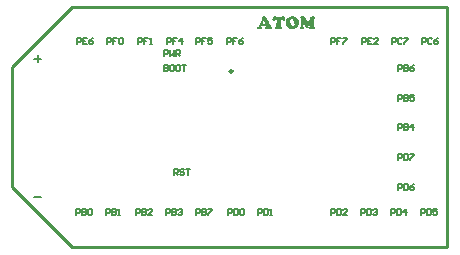
<source format=gto>
G04 Layer_Color=15132400*
%FSAX24Y24*%
%MOIN*%
G70*
G01*
G75*
%ADD26C,0.0100*%
%ADD34C,0.0098*%
%ADD35C,0.0080*%
%ADD36C,0.0050*%
G36*
X-005155Y007704D02*
X-005148Y007703D01*
X-005141Y007702D01*
X-005132Y007701D01*
X-005122Y007700D01*
X-005112Y007697D01*
X-005102Y007694D01*
X-005090Y007690D01*
X-005079Y007687D01*
X-005067Y007681D01*
X-005056Y007676D01*
X-005045Y007669D01*
X-005034Y007661D01*
X-005033Y007661D01*
X-005032Y007660D01*
X-005030Y007658D01*
X-005027Y007656D01*
X-005020Y007649D01*
X-005012Y007640D01*
X-005001Y007629D01*
X-004991Y007615D01*
X-004981Y007600D01*
X-004971Y007583D01*
Y007582D01*
X-004969Y007581D01*
X-004969Y007578D01*
X-004967Y007574D01*
X-004966Y007571D01*
X-004964Y007565D01*
X-004961Y007560D01*
X-004959Y007553D01*
X-004955Y007539D01*
X-004951Y007523D01*
X-004949Y007506D01*
X-004947Y007488D01*
Y007487D01*
Y007484D01*
Y007481D01*
X-004948Y007476D01*
X-004949Y007469D01*
X-004950Y007462D01*
X-004951Y007455D01*
X-004953Y007446D01*
X-004956Y007436D01*
X-004959Y007426D01*
X-004962Y007416D01*
X-004967Y007405D01*
X-004973Y007394D01*
X-004979Y007383D01*
X-004986Y007372D01*
X-004994Y007362D01*
X-004995Y007361D01*
X-004996Y007360D01*
X-004998Y007357D01*
X-005001Y007354D01*
X-005005Y007350D01*
X-005010Y007346D01*
X-005015Y007341D01*
X-005021Y007336D01*
X-005028Y007330D01*
X-005036Y007324D01*
X-005045Y007319D01*
X-005054Y007313D01*
X-005063Y007308D01*
X-005074Y007303D01*
X-005096Y007294D01*
X-005097D01*
X-005098Y007293D01*
X-005100Y007293D01*
X-005103Y007292D01*
X-005107Y007291D01*
X-005111Y007290D01*
X-005121Y007288D01*
X-005133Y007286D01*
X-005146Y007284D01*
X-005161Y007283D01*
X-005175Y007282D01*
X-005180D01*
X-005184Y007283D01*
X-005189D01*
X-005194Y007284D01*
X-005200Y007284D01*
X-005207Y007285D01*
X-005222Y007287D01*
X-005238Y007291D01*
X-005256Y007296D01*
X-005274Y007303D01*
X-005275Y007304D01*
X-005277Y007304D01*
X-005279Y007306D01*
X-005283Y007308D01*
X-005288Y007311D01*
X-005293Y007314D01*
X-005306Y007322D01*
X-005321Y007333D01*
X-005335Y007347D01*
X-005350Y007363D01*
X-005363Y007381D01*
X-005363Y007382D01*
X-005364Y007384D01*
X-005365Y007387D01*
X-005367Y007390D01*
X-005370Y007395D01*
X-005373Y007401D01*
X-005375Y007407D01*
X-005378Y007414D01*
X-005381Y007422D01*
X-005384Y007431D01*
X-005389Y007450D01*
X-005393Y007471D01*
X-005393Y007482D01*
X-005394Y007493D01*
Y007494D01*
Y007497D01*
Y007501D01*
X-005393Y007505D01*
X-005393Y007512D01*
X-005392Y007519D01*
X-005391Y007527D01*
X-005389Y007536D01*
X-005384Y007555D01*
X-005381Y007565D01*
X-005377Y007576D01*
X-005373Y007587D01*
X-005367Y007598D01*
X-005361Y007608D01*
X-005354Y007619D01*
X-005353Y007619D01*
X-005352Y007620D01*
X-005350Y007623D01*
X-005347Y007626D01*
X-005343Y007630D01*
X-005339Y007635D01*
X-005334Y007640D01*
X-005328Y007645D01*
X-005322Y007651D01*
X-005315Y007657D01*
X-005307Y007663D01*
X-005298Y007668D01*
X-005279Y007679D01*
X-005258Y007689D01*
X-005257D01*
X-005256Y007690D01*
X-005254Y007690D01*
X-005251Y007692D01*
X-005247Y007693D01*
X-005242Y007694D01*
X-005237Y007696D01*
X-005231Y007697D01*
X-005218Y007700D01*
X-005203Y007702D01*
X-005186Y007704D01*
X-005168Y007705D01*
X-005160D01*
X-005155Y007704D01*
D02*
G37*
G36*
X-006107Y007706D02*
X-006101Y007705D01*
X-006093Y007704D01*
X-006085Y007701D01*
X-006075Y007697D01*
X-006065Y007691D01*
X-006054Y007683D01*
X-006054Y007683D01*
X-006052Y007681D01*
X-006050Y007679D01*
X-006047Y007676D01*
X-006043Y007671D01*
X-006038Y007665D01*
X-006033Y007657D01*
X-006026Y007648D01*
X-006019Y007637D01*
X-006010Y007623D01*
X-006001Y007608D01*
X-005991Y007591D01*
X-005980Y007571D01*
X-005975Y007560D01*
X-005969Y007548D01*
X-005963Y007536D01*
X-005956Y007523D01*
X-005950Y007510D01*
X-005943Y007495D01*
X-005887Y007375D01*
X-005886Y007374D01*
X-005886Y007372D01*
X-005884Y007369D01*
X-005882Y007366D01*
X-005878Y007359D01*
X-005875Y007355D01*
X-005873Y007353D01*
X-005872Y007352D01*
X-005870Y007350D01*
X-005864Y007348D01*
X-005857Y007346D01*
X-005857D01*
X-005854Y007345D01*
X-005851Y007344D01*
X-005846Y007342D01*
X-005842Y007339D01*
X-005839Y007335D01*
X-005836Y007330D01*
X-005836Y007324D01*
Y007324D01*
X-005836Y007321D01*
X-005837Y007317D01*
X-005839Y007312D01*
X-005842Y007307D01*
X-005847Y007302D01*
X-005853Y007297D01*
X-005862Y007293D01*
X-005864Y007293D01*
X-005865D01*
X-005868Y007292D01*
X-005870Y007291D01*
X-005873Y007291D01*
X-005878Y007289D01*
X-005883Y007289D01*
X-005888Y007288D01*
X-005895Y007287D01*
X-005902Y007286D01*
X-005910Y007285D01*
X-005918Y007285D01*
X-005927D01*
X-005937Y007284D01*
X-005965D01*
X-005971Y007285D01*
X-005986D01*
X-006002Y007285D01*
X-006019Y007287D01*
X-006034Y007288D01*
X-006041Y007289D01*
X-006048Y007290D01*
X-006048D01*
X-006050Y007291D01*
X-006053Y007291D01*
X-006056Y007292D01*
X-006064Y007295D01*
X-006072Y007300D01*
X-006072Y007300D01*
X-006073Y007301D01*
X-006074Y007303D01*
X-006076Y007306D01*
X-006079Y007312D01*
X-006079Y007316D01*
X-006080Y007320D01*
Y007320D01*
Y007321D01*
X-006079Y007325D01*
X-006078Y007330D01*
X-006076Y007333D01*
X-006075Y007334D01*
X-006072Y007337D01*
X-006069Y007338D01*
X-006067Y007339D01*
X-006063Y007341D01*
X-006058Y007342D01*
X-006057D01*
X-006056Y007344D01*
X-006051Y007346D01*
X-006046Y007352D01*
X-006045Y007355D01*
X-006045Y007359D01*
Y007359D01*
X-006045Y007362D01*
X-006046Y007365D01*
X-006048Y007369D01*
X-006050Y007374D01*
X-006055Y007377D01*
X-006061Y007381D01*
X-006068Y007383D01*
X-006070D01*
X-006073Y007383D01*
X-006079Y007384D01*
X-006087Y007385D01*
X-006098D01*
X-006111Y007385D01*
X-006125Y007386D01*
X-006155D01*
X-006162Y007385D01*
X-006171Y007385D01*
X-006178Y007384D01*
X-006184Y007383D01*
X-006187Y007382D01*
X-006189Y007381D01*
X-006190Y007381D01*
X-006192Y007379D01*
X-006194Y007376D01*
X-006197Y007370D01*
Y007370D01*
X-006198Y007369D01*
X-006199Y007366D01*
X-006200Y007361D01*
X-006201Y007355D01*
Y007354D01*
X-006200Y007352D01*
X-006199Y007349D01*
X-006198Y007347D01*
X-006197Y007346D01*
X-006195Y007346D01*
X-006193Y007344D01*
X-006190Y007344D01*
X-006186Y007342D01*
X-006182Y007341D01*
X-006181D01*
X-006179Y007339D01*
X-006176Y007338D01*
X-006173Y007336D01*
X-006170Y007333D01*
X-006166Y007330D01*
X-006164Y007325D01*
X-006164Y007319D01*
Y007319D01*
Y007318D01*
X-006165Y007314D01*
X-006166Y007311D01*
X-006168Y007308D01*
X-006171Y007305D01*
X-006174Y007302D01*
X-006179Y007298D01*
X-006184Y007295D01*
X-006192Y007293D01*
X-006199Y007289D01*
X-006209Y007287D01*
X-006221Y007285D01*
X-006234Y007285D01*
X-006249Y007284D01*
X-006260D01*
X-006265Y007285D01*
X-006275D01*
X-006287Y007285D01*
X-006299Y007287D01*
X-006310Y007288D01*
X-006319Y007290D01*
X-006320Y007291D01*
X-006323Y007291D01*
X-006326Y007293D01*
X-006330Y007296D01*
X-006334Y007300D01*
X-006337Y007304D01*
X-006339Y007311D01*
X-006340Y007318D01*
Y007319D01*
Y007319D01*
X-006339Y007323D01*
X-006338Y007328D01*
X-006335Y007332D01*
X-006335Y007333D01*
X-006332Y007335D01*
X-006326Y007338D01*
X-006323Y007340D01*
X-006319Y007341D01*
X-006319Y007342D01*
X-006316Y007342D01*
X-006313Y007344D01*
X-006308Y007346D01*
X-006299Y007352D01*
X-006294Y007356D01*
X-006290Y007361D01*
X-006289Y007361D01*
X-006288Y007363D01*
X-006286Y007366D01*
X-006282Y007372D01*
X-006278Y007379D01*
X-006274Y007388D01*
X-006268Y007400D01*
X-006265Y007406D01*
X-006262Y007413D01*
X-006219Y007506D01*
Y007506D01*
X-006218Y007508D01*
X-006218Y007510D01*
X-006216Y007514D01*
X-006214Y007518D01*
X-006212Y007523D01*
X-006207Y007534D01*
X-006201Y007547D01*
X-006197Y007559D01*
X-006192Y007571D01*
X-006188Y007581D01*
X-006188Y007582D01*
X-006187Y007585D01*
X-006186Y007590D01*
X-006184Y007596D01*
X-006183Y007604D01*
X-006181Y007613D01*
X-006181Y007622D01*
X-006180Y007631D01*
Y007632D01*
Y007635D01*
Y007639D01*
X-006179Y007644D01*
X-006179Y007656D01*
X-006178Y007661D01*
X-006177Y007666D01*
Y007666D01*
X-006177Y007668D01*
X-006176Y007670D01*
X-006175Y007672D01*
X-006170Y007679D01*
X-006164Y007686D01*
X-006163Y007687D01*
X-006161Y007689D01*
X-006156Y007692D01*
X-006150Y007696D01*
X-006142Y007700D01*
X-006133Y007703D01*
X-006124Y007706D01*
X-006112Y007707D01*
X-006111D01*
X-006107Y007706D01*
D02*
G37*
G36*
X-005474Y007705D02*
X-005469Y007704D01*
X-005463Y007701D01*
X-005455Y007697D01*
X-005448Y007690D01*
X-005444Y007687D01*
X-005439Y007682D01*
X-005435Y007676D01*
X-005431Y007670D01*
Y007669D01*
X-005430Y007668D01*
X-005429Y007666D01*
X-005427Y007664D01*
X-005424Y007657D01*
X-005419Y007647D01*
X-005415Y007636D01*
X-005411Y007624D01*
X-005409Y007611D01*
X-005408Y007596D01*
Y007595D01*
Y007592D01*
X-005409Y007587D01*
X-005410Y007582D01*
X-005412Y007576D01*
X-005415Y007569D01*
X-005419Y007563D01*
X-005424Y007558D01*
X-005424Y007558D01*
X-005426Y007557D01*
X-005428Y007556D01*
X-005432Y007554D01*
X-005436Y007552D01*
X-005441Y007551D01*
X-005447Y007551D01*
X-005453Y007550D01*
X-005455D01*
X-005459Y007551D01*
X-005462Y007551D01*
X-005471Y007554D01*
X-005476Y007556D01*
X-005480Y007558D01*
X-005481Y007559D01*
X-005482Y007560D01*
X-005485Y007562D01*
X-005487Y007565D01*
X-005490Y007569D01*
X-005494Y007574D01*
X-005499Y007580D01*
X-005503Y007587D01*
X-005503Y007588D01*
X-005504Y007591D01*
X-005506Y007594D01*
X-005509Y007598D01*
X-005513Y007606D01*
X-005516Y007609D01*
X-005518Y007611D01*
X-005520Y007612D01*
X-005522Y007615D01*
X-005527Y007617D01*
X-005532Y007617D01*
X-005534D01*
X-005538Y007616D01*
X-005541Y007615D01*
X-005544Y007613D01*
X-005546Y007611D01*
X-005548Y007608D01*
Y007607D01*
X-005549Y007606D01*
X-005549Y007604D01*
X-005550Y007600D01*
X-005551Y007596D01*
X-005552Y007591D01*
X-005553Y007585D01*
Y007578D01*
Y007411D01*
Y007409D01*
Y007407D01*
Y007402D01*
X-005552Y007396D01*
X-005551Y007385D01*
X-005549Y007379D01*
X-005548Y007374D01*
Y007373D01*
X-005546Y007372D01*
X-005545Y007370D01*
X-005543Y007367D01*
X-005540Y007364D01*
X-005537Y007361D01*
X-005533Y007358D01*
X-005527Y007355D01*
X-005527D01*
X-005525Y007354D01*
X-005522Y007353D01*
X-005518Y007352D01*
X-005511Y007347D01*
X-005508Y007345D01*
X-005505Y007342D01*
X-005505Y007341D01*
X-005502Y007338D01*
X-005500Y007333D01*
X-005500Y007326D01*
Y007325D01*
X-005500Y007322D01*
X-005501Y007319D01*
X-005503Y007314D01*
X-005507Y007309D01*
X-005512Y007303D01*
X-005519Y007298D01*
X-005524Y007296D01*
X-005529Y007294D01*
X-005530Y007293D01*
X-005532D01*
X-005534Y007293D01*
X-005537Y007292D01*
X-005541Y007291D01*
X-005546Y007290D01*
X-005551Y007289D01*
X-005557Y007288D01*
X-005563Y007287D01*
X-005570Y007287D01*
X-005578Y007285D01*
X-005587Y007285D01*
X-005596D01*
X-005606Y007284D01*
X-005630D01*
X-005636Y007285D01*
X-005643D01*
X-005651Y007285D01*
X-005659D01*
X-005677Y007287D01*
X-005695Y007289D01*
X-005713Y007292D01*
X-005721Y007294D01*
X-005728Y007296D01*
X-005729Y007296D01*
X-005732Y007298D01*
X-005737Y007300D01*
X-005743Y007304D01*
X-005748Y007308D01*
X-005753Y007313D01*
X-005756Y007320D01*
X-005757Y007324D01*
X-005757Y007328D01*
Y007329D01*
Y007330D01*
X-005757Y007333D01*
X-005756Y007335D01*
X-005755Y007339D01*
X-005753Y007342D01*
X-005750Y007345D01*
X-005747Y007348D01*
X-005746D01*
X-005745Y007348D01*
X-005743Y007349D01*
X-005741Y007350D01*
X-005737Y007352D01*
X-005732Y007353D01*
X-005726Y007355D01*
X-005725D01*
X-005724Y007355D01*
X-005719Y007357D01*
X-005714Y007361D01*
X-005712Y007364D01*
X-005710Y007367D01*
Y007368D01*
X-005709Y007369D01*
X-005709Y007372D01*
X-005708Y007375D01*
X-005706Y007380D01*
X-005705Y007386D01*
X-005704Y007394D01*
X-005703Y007403D01*
Y007404D01*
X-005702Y007407D01*
Y007413D01*
X-005702Y007421D01*
X-005701Y007431D01*
X-005700Y007444D01*
Y007452D01*
X-005699Y007460D01*
Y007469D01*
X-005698Y007478D01*
Y007479D01*
Y007481D01*
Y007483D01*
X-005698Y007486D01*
Y007491D01*
Y007496D01*
X-005697Y007508D01*
Y007523D01*
X-005697Y007538D01*
Y007553D01*
Y007568D01*
Y007569D01*
Y007573D01*
Y007577D01*
X-005697Y007583D01*
X-005698Y007596D01*
X-005700Y007602D01*
X-005701Y007606D01*
Y007607D01*
X-005702Y007608D01*
X-005704Y007612D01*
X-005708Y007615D01*
X-005711Y007617D01*
X-005714Y007617D01*
X-005716D01*
X-005719Y007617D01*
X-005721Y007615D01*
X-005724Y007613D01*
X-005728Y007610D01*
X-005733Y007606D01*
X-005737Y007601D01*
Y007600D01*
X-005737Y007600D01*
X-005740Y007596D01*
X-005744Y007591D01*
X-005748Y007585D01*
X-005754Y007578D01*
X-005759Y007571D01*
X-005765Y007565D01*
X-005770Y007561D01*
X-005770Y007560D01*
X-005772Y007559D01*
X-005775Y007557D01*
X-005779Y007555D01*
X-005783Y007553D01*
X-005789Y007551D01*
X-005794Y007550D01*
X-005799Y007549D01*
X-005802D01*
X-005805Y007550D01*
X-005808Y007551D01*
X-005813Y007552D01*
X-005817Y007554D01*
X-005822Y007557D01*
X-005825Y007561D01*
X-005826Y007562D01*
X-005827Y007563D01*
X-005829Y007566D01*
X-005831Y007569D01*
X-005833Y007574D01*
X-005834Y007579D01*
X-005835Y007585D01*
X-005836Y007592D01*
Y007593D01*
Y007595D01*
X-005835Y007599D01*
X-005835Y007604D01*
X-005834Y007609D01*
X-005833Y007617D01*
X-005831Y007624D01*
X-005828Y007632D01*
X-005827Y007633D01*
X-005827Y007636D01*
X-005825Y007641D01*
X-005822Y007646D01*
X-005819Y007652D01*
X-005815Y007659D01*
X-005805Y007674D01*
Y007674D01*
X-005804Y007675D01*
X-005802Y007678D01*
X-005797Y007683D01*
X-005791Y007689D01*
X-005785Y007694D01*
X-005777Y007700D01*
X-005769Y007703D01*
X-005765Y007704D01*
X-005757D01*
X-005752Y007703D01*
X-005747Y007702D01*
X-005746D01*
X-005744Y007701D01*
X-005741Y007701D01*
X-005737Y007700D01*
X-005729Y007699D01*
X-005721Y007698D01*
X-005719D01*
X-005717Y007697D01*
X-005713D01*
X-005706Y007696D01*
X-005535D01*
X-005531Y007697D01*
X-005524Y007698D01*
X-005517Y007699D01*
X-005510Y007700D01*
X-005494Y007703D01*
X-005493D01*
X-005492Y007704D01*
X-005489Y007705D01*
X-005483Y007705D01*
X-005478Y007706D01*
X-005477D01*
X-005474Y007705D01*
D02*
G37*
G36*
X-004475Y007702D02*
X-004469Y007701D01*
X-004461Y007701D01*
X-004446Y007698D01*
X-004430Y007693D01*
X-004423Y007690D01*
X-004417Y007687D01*
X-004412Y007682D01*
X-004408Y007677D01*
X-004404Y007671D01*
X-004404Y007664D01*
Y007663D01*
Y007663D01*
X-004404Y007659D01*
X-004405Y007655D01*
X-004407Y007650D01*
X-004408Y007650D01*
X-004410Y007647D01*
X-004414Y007643D01*
X-004417Y007640D01*
X-004421Y007637D01*
X-004421Y007637D01*
X-004423Y007635D01*
X-004425Y007633D01*
X-004428Y007630D01*
X-004431Y007626D01*
X-004434Y007620D01*
X-004436Y007615D01*
X-004438Y007608D01*
Y007607D01*
Y007606D01*
X-004439Y007604D01*
X-004439Y007600D01*
Y007596D01*
X-004440Y007591D01*
X-004441Y007585D01*
X-004441Y007580D01*
X-004442Y007573D01*
X-004443Y007565D01*
X-004443Y007548D01*
X-004445Y007528D01*
Y007507D01*
Y007506D01*
Y007504D01*
Y007500D01*
Y007494D01*
Y007488D01*
X-004444Y007480D01*
Y007471D01*
Y007462D01*
X-004443Y007452D01*
X-004443Y007442D01*
X-004441Y007419D01*
X-004440Y007396D01*
X-004437Y007374D01*
Y007374D01*
X-004437Y007372D01*
Y007370D01*
X-004436Y007366D01*
X-004434Y007360D01*
X-004434Y007357D01*
X-004432Y007355D01*
X-004432Y007354D01*
X-004430Y007353D01*
X-004428Y007351D01*
X-004426Y007349D01*
X-004423Y007346D01*
X-004418Y007343D01*
X-004413Y007340D01*
X-004412D01*
X-004411Y007339D01*
X-004407Y007335D01*
X-004404Y007329D01*
X-004402Y007325D01*
X-004402Y007320D01*
Y007320D01*
X-004402Y007317D01*
X-004403Y007313D01*
X-004405Y007309D01*
X-004408Y007304D01*
X-004414Y007300D01*
X-004421Y007295D01*
X-004425Y007293D01*
X-004430Y007291D01*
X-004430D01*
X-004432Y007291D01*
X-004435Y007290D01*
X-004439Y007289D01*
X-004443Y007288D01*
X-004448Y007287D01*
X-004460Y007285D01*
X-004463D01*
X-004467Y007285D01*
X-004479D01*
X-004487Y007284D01*
X-004521D01*
X-004526Y007285D01*
X-004537D01*
X-004549Y007285D01*
X-004561Y007287D01*
X-004573Y007289D01*
X-004583Y007291D01*
X-004585Y007291D01*
X-004588Y007292D01*
X-004592Y007294D01*
X-004597Y007297D01*
X-004602Y007301D01*
X-004607Y007306D01*
X-004610Y007311D01*
X-004610Y007315D01*
X-004611Y007318D01*
Y007319D01*
Y007319D01*
X-004610Y007322D01*
X-004610Y007326D01*
X-004608Y007330D01*
X-004607Y007331D01*
X-004606Y007332D01*
X-004604Y007333D01*
X-004601Y007336D01*
X-004598Y007339D01*
X-004594Y007342D01*
X-004589Y007346D01*
X-004588Y007347D01*
X-004588Y007348D01*
X-004587Y007350D01*
X-004585Y007352D01*
X-004583Y007355D01*
X-004581Y007359D01*
X-004580Y007365D01*
X-004579Y007370D01*
Y007371D01*
X-004578Y007374D01*
X-004577Y007378D01*
X-004577Y007385D01*
Y007393D01*
X-004576Y007404D01*
X-004575Y007416D01*
Y007431D01*
Y007433D01*
Y007435D01*
Y007439D01*
Y007444D01*
X-004577Y007455D01*
X-004577Y007459D01*
X-004578Y007462D01*
Y007463D01*
X-004579Y007464D01*
X-004580Y007466D01*
X-004583Y007469D01*
X-004585Y007470D01*
X-004588D01*
X-004592Y007469D01*
X-004595Y007468D01*
X-004598Y007465D01*
X-004600Y007462D01*
X-004603Y007458D01*
X-004604Y007458D01*
X-004605Y007457D01*
X-004607Y007453D01*
X-004609Y007449D01*
X-004612Y007442D01*
X-004616Y007434D01*
X-004622Y007425D01*
X-004627Y007413D01*
X-004662Y007333D01*
X-004663Y007332D01*
X-004664Y007330D01*
X-004666Y007326D01*
X-004668Y007322D01*
X-004673Y007313D01*
X-004675Y007309D01*
X-004677Y007306D01*
X-004679Y007304D01*
X-004681Y007302D01*
X-004685Y007300D01*
X-004687Y007299D01*
X-004690Y007298D01*
X-004691D01*
X-004693Y007299D01*
X-004697Y007301D01*
X-004701Y007304D01*
X-004702Y007306D01*
X-004703Y007307D01*
X-004704Y007309D01*
X-004706Y007312D01*
X-004709Y007317D01*
X-004712Y007323D01*
X-004717Y007330D01*
X-004717Y007331D01*
X-004719Y007334D01*
X-004721Y007339D01*
X-004723Y007344D01*
X-004726Y007350D01*
X-004730Y007357D01*
X-004736Y007371D01*
X-004775Y007459D01*
X-004776Y007460D01*
X-004776Y007462D01*
X-004778Y007465D01*
X-004780Y007469D01*
X-004783Y007472D01*
X-004785Y007475D01*
X-004789Y007477D01*
X-004792Y007478D01*
X-004793D01*
X-004795Y007477D01*
X-004797Y007476D01*
X-004799Y007474D01*
X-004800Y007471D01*
X-004802Y007467D01*
X-004803Y007462D01*
Y007461D01*
Y007460D01*
Y007458D01*
Y007456D01*
X-004804Y007449D01*
Y007440D01*
X-004804Y007431D01*
Y007420D01*
X-004805Y007397D01*
Y007396D01*
Y007396D01*
Y007392D01*
Y007387D01*
X-004804Y007380D01*
Y007373D01*
X-004804Y007366D01*
X-004803Y007360D01*
X-004802Y007355D01*
X-004801Y007354D01*
X-004800Y007351D01*
X-004798Y007348D01*
X-004796Y007345D01*
X-004796Y007344D01*
X-004795Y007344D01*
X-004793Y007343D01*
X-004790Y007341D01*
X-004787Y007340D01*
X-004783Y007337D01*
X-004778Y007335D01*
X-004777D01*
X-004776Y007333D01*
X-004772Y007331D01*
X-004769Y007325D01*
X-004769Y007322D01*
X-004768Y007317D01*
Y007317D01*
Y007316D01*
X-004769Y007312D01*
X-004771Y007309D01*
X-004772Y007307D01*
X-004775Y007304D01*
X-004778Y007301D01*
X-004783Y007298D01*
X-004789Y007295D01*
X-004796Y007292D01*
X-004804Y007289D01*
X-004814Y007287D01*
X-004825Y007285D01*
X-004839Y007285D01*
X-004853Y007284D01*
X-004860D01*
X-004864Y007285D01*
X-004870Y007285D01*
X-004876Y007286D01*
X-004889Y007288D01*
X-004903Y007292D01*
X-004909Y007295D01*
X-004914Y007298D01*
X-004919Y007301D01*
X-004922Y007306D01*
X-004925Y007310D01*
X-004925Y007316D01*
Y007317D01*
Y007317D01*
X-004925Y007320D01*
X-004924Y007325D01*
X-004922Y007328D01*
X-004922Y007329D01*
X-004920Y007330D01*
X-004918Y007331D01*
X-004916Y007333D01*
X-004912Y007335D01*
X-004908Y007337D01*
X-004903Y007339D01*
X-004902D01*
X-004901Y007340D01*
X-004897Y007342D01*
X-004892Y007346D01*
X-004890Y007349D01*
X-004889Y007352D01*
Y007352D01*
X-004888Y007353D01*
X-004888Y007355D01*
X-004887Y007358D01*
X-004887Y007363D01*
X-004885Y007368D01*
X-004885Y007374D01*
X-004883Y007382D01*
Y007383D01*
X-004883Y007387D01*
Y007392D01*
X-004882Y007401D01*
X-004881Y007405D01*
Y007411D01*
X-004881Y007418D01*
X-004880Y007425D01*
Y007433D01*
X-004879Y007441D01*
Y007450D01*
X-004879Y007460D01*
Y007460D01*
Y007462D01*
Y007465D01*
X-004878Y007469D01*
Y007473D01*
Y007479D01*
X-004877Y007485D01*
Y007492D01*
X-004877Y007506D01*
Y007522D01*
X-004876Y007538D01*
Y007553D01*
Y007554D01*
Y007555D01*
Y007558D01*
Y007561D01*
Y007565D01*
X-004877Y007569D01*
Y007580D01*
X-004878Y007591D01*
X-004879Y007602D01*
X-004881Y007611D01*
X-004882Y007615D01*
X-004883Y007619D01*
X-004884Y007620D01*
X-004885Y007622D01*
X-004887Y007625D01*
X-004890Y007628D01*
X-004890Y007628D01*
X-004892Y007630D01*
X-004897Y007633D01*
X-004903Y007636D01*
X-004903Y007637D01*
X-004906Y007638D01*
X-004909Y007640D01*
X-004913Y007643D01*
X-004917Y007646D01*
X-004920Y007651D01*
X-004923Y007656D01*
X-004923Y007662D01*
Y007663D01*
Y007664D01*
X-004923Y007666D01*
X-004922Y007668D01*
X-004920Y007674D01*
X-004918Y007678D01*
X-004916Y007681D01*
X-004915Y007681D01*
X-004914Y007682D01*
X-004912Y007684D01*
X-004910Y007686D01*
X-004903Y007690D01*
X-004895Y007693D01*
X-004894D01*
X-004892Y007694D01*
X-004890Y007694D01*
X-004885Y007696D01*
X-004881Y007696D01*
X-004874Y007698D01*
X-004868Y007698D01*
X-004860Y007700D01*
X-004859D01*
X-004856Y007700D01*
X-004852Y007701D01*
X-004847Y007701D01*
X-004841D01*
X-004835Y007702D01*
X-004822Y007703D01*
X-004809D01*
X-004802Y007702D01*
X-004793Y007701D01*
X-004784Y007700D01*
X-004776Y007698D01*
X-004769Y007696D01*
X-004768D01*
X-004767Y007696D01*
X-004764Y007694D01*
X-004760Y007692D01*
X-004756Y007689D01*
X-004756Y007687D01*
X-004754Y007686D01*
X-004753Y007684D01*
X-004751Y007681D01*
X-004749Y007678D01*
X-004747Y007673D01*
X-004743Y007668D01*
X-004682Y007554D01*
X-004681Y007553D01*
X-004680Y007551D01*
X-004679Y007547D01*
X-004676Y007544D01*
X-004671Y007536D01*
X-004669Y007533D01*
X-004668Y007530D01*
X-004667Y007530D01*
X-004665Y007528D01*
X-004662Y007527D01*
X-004657Y007527D01*
X-004656D01*
X-004653Y007527D01*
X-004650Y007528D01*
X-004646Y007531D01*
X-004645Y007532D01*
X-004643Y007535D01*
X-004640Y007540D01*
X-004638Y007543D01*
X-004636Y007547D01*
X-004594Y007630D01*
X-004593Y007630D01*
X-004592Y007632D01*
X-004591Y007635D01*
X-004589Y007638D01*
X-004586Y007645D01*
X-004585Y007648D01*
X-004583Y007650D01*
Y007651D01*
X-004583Y007652D01*
X-004581Y007655D01*
X-004578Y007660D01*
X-004574Y007666D01*
X-004570Y007673D01*
X-004564Y007679D01*
X-004559Y007685D01*
X-004554Y007690D01*
X-004553Y007690D01*
X-004550Y007692D01*
X-004546Y007694D01*
X-004539Y007696D01*
X-004530Y007699D01*
X-004518Y007701D01*
X-004512Y007701D01*
X-004505Y007702D01*
X-004496Y007703D01*
X-004480D01*
X-004475Y007702D01*
D02*
G37*
%LPC*%
G36*
X-006126Y007543D02*
X-006127D01*
X-006129Y007541D01*
X-006131Y007540D01*
X-006135Y007538D01*
X-006137Y007534D01*
X-006140Y007530D01*
X-006143Y007523D01*
Y007523D01*
X-006144Y007521D01*
X-006144Y007519D01*
X-006146Y007517D01*
X-006148Y007513D01*
X-006149Y007508D01*
X-006152Y007502D01*
X-006153Y007501D01*
X-006154Y007497D01*
X-006156Y007492D01*
X-006158Y007486D01*
X-006161Y007480D01*
X-006162Y007474D01*
X-006164Y007469D01*
X-006164Y007466D01*
Y007464D01*
X-006162Y007462D01*
X-006161Y007460D01*
X-006159Y007459D01*
X-006155Y007458D01*
X-006151Y007458D01*
X-006090D01*
X-006087Y007458D01*
X-006084D01*
X-006081Y007460D01*
X-006079Y007461D01*
X-006077Y007462D01*
X-006076Y007465D01*
Y007466D01*
Y007467D01*
X-006078Y007470D01*
X-006079Y007475D01*
X-006081Y007481D01*
X-006085Y007490D01*
X-006091Y007501D01*
X-006094Y007506D01*
X-006098Y007514D01*
X-006099Y007514D01*
X-006100Y007516D01*
X-006102Y007519D01*
X-006104Y007523D01*
X-006109Y007531D01*
X-006112Y007534D01*
X-006115Y007537D01*
X-006115Y007538D01*
X-006118Y007540D01*
X-006122Y007542D01*
X-006126Y007543D01*
D02*
G37*
G36*
X-005196Y007619D02*
X-005200D01*
X-005205Y007618D01*
X-005211Y007617D01*
X-005217Y007614D01*
X-005224Y007610D01*
X-005230Y007604D01*
X-005236Y007597D01*
X-005236Y007596D01*
X-005238Y007594D01*
X-005239Y007591D01*
X-005241Y007586D01*
X-005244Y007580D01*
X-005245Y007573D01*
X-005246Y007566D01*
X-005247Y007558D01*
Y007557D01*
Y007556D01*
Y007554D01*
Y007552D01*
X-005246Y007549D01*
Y007545D01*
X-005245Y007535D01*
X-005244Y007524D01*
X-005241Y007510D01*
X-005238Y007495D01*
X-005233Y007479D01*
Y007479D01*
X-005233Y007477D01*
X-005232Y007475D01*
X-005231Y007472D01*
X-005229Y007468D01*
X-005228Y007464D01*
X-005224Y007453D01*
X-005219Y007441D01*
X-005213Y007427D01*
X-005206Y007414D01*
X-005199Y007401D01*
X-005198Y007400D01*
X-005197Y007398D01*
X-005195Y007396D01*
X-005192Y007392D01*
X-005185Y007385D01*
X-005176Y007377D01*
X-005176Y007377D01*
X-005174Y007376D01*
X-005171Y007375D01*
X-005168Y007374D01*
X-005163Y007372D01*
X-005159Y007370D01*
X-005154Y007370D01*
X-005148Y007369D01*
X-005144D01*
X-005141Y007370D01*
X-005135Y007371D01*
X-005130Y007373D01*
X-005124Y007376D01*
X-005117Y007380D01*
X-005112Y007386D01*
X-005111Y007387D01*
X-005110Y007389D01*
X-005107Y007393D01*
X-005105Y007398D01*
X-005102Y007404D01*
X-005100Y007412D01*
X-005098Y007421D01*
X-005098Y007431D01*
Y007431D01*
Y007433D01*
Y007434D01*
Y007437D01*
X-005098Y007440D01*
Y007444D01*
X-005099Y007454D01*
X-005100Y007466D01*
X-005103Y007479D01*
X-005106Y007493D01*
X-005109Y007508D01*
Y007509D01*
X-005110Y007510D01*
X-005111Y007512D01*
X-005111Y007516D01*
X-005113Y007519D01*
X-005114Y007523D01*
X-005118Y007533D01*
X-005122Y007544D01*
X-005127Y007556D01*
X-005133Y007568D01*
X-005140Y007580D01*
X-005141Y007580D01*
X-005142Y007583D01*
X-005144Y007586D01*
X-005147Y007590D01*
X-005151Y007595D01*
X-005155Y007599D01*
X-005161Y007604D01*
X-005166Y007608D01*
X-005166Y007609D01*
X-005168Y007610D01*
X-005172Y007611D01*
X-005175Y007613D01*
X-005180Y007615D01*
X-005185Y007617D01*
X-005190Y007619D01*
X-005196Y007619D01*
D02*
G37*
%LPD*%
D26*
X-014500Y002000D02*
X-012500Y000000D01*
X000000D01*
Y008000D01*
X-012500D02*
X000000D01*
X-014500Y006000D02*
X-012500Y008000D01*
X-014500Y002000D02*
Y006000D01*
D34*
X-007161Y005870D02*
G03*
X-007161Y005870I-000049J000000D01*
G01*
D35*
X-013770Y006295D02*
X-013537D01*
X-013653Y006412D02*
Y006178D01*
X-013770Y001685D02*
X-013537D01*
D36*
X-009460Y006080D02*
Y005880D01*
X-009360D01*
X-009327Y005913D01*
Y005947D01*
X-009360Y005980D01*
X-009460D01*
X-009360D01*
X-009327Y006013D01*
Y006047D01*
X-009360Y006080D01*
X-009460D01*
X-009160D02*
X-009227D01*
X-009260Y006047D01*
Y005913D01*
X-009227Y005880D01*
X-009160D01*
X-009127Y005913D01*
Y006047D01*
X-009160Y006080D01*
X-008960D02*
X-009027D01*
X-009060Y006047D01*
Y005913D01*
X-009027Y005880D01*
X-008960D01*
X-008927Y005913D01*
Y006047D01*
X-008960Y006080D01*
X-008860D02*
X-008727D01*
X-008794D01*
Y005880D01*
X-009460Y006370D02*
Y006570D01*
X-009360D01*
X-009327Y006537D01*
Y006470D01*
X-009360Y006437D01*
X-009460D01*
X-009260Y006570D02*
Y006370D01*
X-009193Y006437D01*
X-009127Y006370D01*
Y006570D01*
X-009060Y006370D02*
Y006570D01*
X-008960D01*
X-008927Y006537D01*
Y006470D01*
X-008960Y006437D01*
X-009060D01*
X-008993D02*
X-008927Y006370D01*
X-012360Y006770D02*
Y006970D01*
X-012260D01*
X-012227Y006937D01*
Y006870D01*
X-012260Y006837D01*
X-012360D01*
X-012027Y006970D02*
X-012160D01*
Y006770D01*
X-012027D01*
X-012160Y006870D02*
X-012093D01*
X-011827Y006970D02*
X-011893Y006937D01*
X-011960Y006870D01*
Y006803D01*
X-011927Y006770D01*
X-011860D01*
X-011827Y006803D01*
Y006837D01*
X-011860Y006870D01*
X-011960D01*
X-011360Y006770D02*
Y006970D01*
X-011260D01*
X-011227Y006937D01*
Y006870D01*
X-011260Y006837D01*
X-011360D01*
X-011027Y006970D02*
X-011160D01*
Y006870D01*
X-011093D01*
X-011160D01*
Y006770D01*
X-010960Y006937D02*
X-010927Y006970D01*
X-010860D01*
X-010827Y006937D01*
Y006803D01*
X-010860Y006770D01*
X-010927D01*
X-010960Y006803D01*
Y006937D01*
X-010330Y006770D02*
Y006970D01*
X-010230D01*
X-010197Y006937D01*
Y006870D01*
X-010230Y006837D01*
X-010330D01*
X-009997Y006970D02*
X-010130D01*
Y006870D01*
X-010063D01*
X-010130D01*
Y006770D01*
X-009930D02*
X-009863D01*
X-009897D01*
Y006970D01*
X-009930Y006937D01*
X-009350Y006770D02*
Y006970D01*
X-009250D01*
X-009217Y006937D01*
Y006870D01*
X-009250Y006837D01*
X-009350D01*
X-009017Y006970D02*
X-009150D01*
Y006870D01*
X-009083D01*
X-009150D01*
Y006770D01*
X-008850D02*
Y006970D01*
X-008950Y006870D01*
X-008817D01*
X-008370Y006770D02*
Y006970D01*
X-008270D01*
X-008237Y006937D01*
Y006870D01*
X-008270Y006837D01*
X-008370D01*
X-008037Y006970D02*
X-008170D01*
Y006870D01*
X-008103D01*
X-008170D01*
Y006770D01*
X-007837Y006970D02*
X-007970D01*
Y006870D01*
X-007903Y006903D01*
X-007870D01*
X-007837Y006870D01*
Y006803D01*
X-007870Y006770D01*
X-007937D01*
X-007970Y006803D01*
X-007340Y006770D02*
Y006970D01*
X-007240D01*
X-007207Y006937D01*
Y006870D01*
X-007240Y006837D01*
X-007340D01*
X-007007Y006970D02*
X-007140D01*
Y006870D01*
X-007073D01*
X-007140D01*
Y006770D01*
X-006807Y006970D02*
X-006873Y006937D01*
X-006940Y006870D01*
Y006803D01*
X-006907Y006770D01*
X-006840D01*
X-006807Y006803D01*
Y006837D01*
X-006840Y006870D01*
X-006940D01*
X-003870Y006770D02*
Y006970D01*
X-003770D01*
X-003737Y006937D01*
Y006870D01*
X-003770Y006837D01*
X-003870D01*
X-003537Y006970D02*
X-003670D01*
Y006870D01*
X-003603D01*
X-003670D01*
Y006770D01*
X-003470Y006970D02*
X-003337D01*
Y006937D01*
X-003470Y006803D01*
Y006770D01*
X-002840D02*
Y006970D01*
X-002740D01*
X-002707Y006937D01*
Y006870D01*
X-002740Y006837D01*
X-002840D01*
X-002507Y006970D02*
X-002640D01*
Y006770D01*
X-002507D01*
X-002640Y006870D02*
X-002573D01*
X-002307Y006770D02*
X-002440D01*
X-002307Y006903D01*
Y006937D01*
X-002340Y006970D01*
X-002407D01*
X-002440Y006937D01*
X-001860Y006770D02*
Y006970D01*
X-001760D01*
X-001727Y006937D01*
Y006870D01*
X-001760Y006837D01*
X-001860D01*
X-001527Y006937D02*
X-001560Y006970D01*
X-001627D01*
X-001660Y006937D01*
Y006803D01*
X-001627Y006770D01*
X-001560D01*
X-001527Y006803D01*
X-001460Y006970D02*
X-001327D01*
Y006937D01*
X-001460Y006803D01*
Y006770D01*
X-000860D02*
Y006970D01*
X-000760D01*
X-000727Y006937D01*
Y006870D01*
X-000760Y006837D01*
X-000860D01*
X-000527Y006937D02*
X-000560Y006970D01*
X-000627D01*
X-000660Y006937D01*
Y006803D01*
X-000627Y006770D01*
X-000560D01*
X-000527Y006803D01*
X-000327Y006970D02*
X-000393Y006937D01*
X-000460Y006870D01*
Y006803D01*
X-000427Y006770D01*
X-000360D01*
X-000327Y006803D01*
Y006837D01*
X-000360Y006870D01*
X-000460D01*
X-001660Y005870D02*
Y006070D01*
X-001560D01*
X-001527Y006037D01*
Y005970D01*
X-001560Y005937D01*
X-001660D01*
X-001460Y006070D02*
Y005870D01*
X-001360D01*
X-001327Y005903D01*
Y005937D01*
X-001360Y005970D01*
X-001460D01*
X-001360D01*
X-001327Y006003D01*
Y006037D01*
X-001360Y006070D01*
X-001460D01*
X-001127D02*
X-001193Y006037D01*
X-001260Y005970D01*
Y005903D01*
X-001227Y005870D01*
X-001160D01*
X-001127Y005903D01*
Y005937D01*
X-001160Y005970D01*
X-001260D01*
X-001660Y004870D02*
Y005070D01*
X-001560D01*
X-001527Y005037D01*
Y004970D01*
X-001560Y004937D01*
X-001660D01*
X-001460Y005070D02*
Y004870D01*
X-001360D01*
X-001327Y004903D01*
Y004937D01*
X-001360Y004970D01*
X-001460D01*
X-001360D01*
X-001327Y005003D01*
Y005037D01*
X-001360Y005070D01*
X-001460D01*
X-001127D02*
X-001260D01*
Y004970D01*
X-001193Y005003D01*
X-001160D01*
X-001127Y004970D01*
Y004903D01*
X-001160Y004870D01*
X-001227D01*
X-001260Y004903D01*
X-001660Y003920D02*
Y004120D01*
X-001560D01*
X-001527Y004087D01*
Y004020D01*
X-001560Y003987D01*
X-001660D01*
X-001460Y004120D02*
Y003920D01*
X-001360D01*
X-001327Y003953D01*
Y003987D01*
X-001360Y004020D01*
X-001460D01*
X-001360D01*
X-001327Y004053D01*
Y004087D01*
X-001360Y004120D01*
X-001460D01*
X-001160Y003920D02*
Y004120D01*
X-001260Y004020D01*
X-001127D01*
X-001660Y002920D02*
Y003120D01*
X-001560D01*
X-001527Y003087D01*
Y003020D01*
X-001560Y002987D01*
X-001660D01*
X-001460Y003120D02*
Y002920D01*
X-001360D01*
X-001327Y002953D01*
Y003087D01*
X-001360Y003120D01*
X-001460D01*
X-001260D02*
X-001127D01*
Y003087D01*
X-001260Y002953D01*
Y002920D01*
X-001660Y001920D02*
Y002120D01*
X-001560D01*
X-001527Y002087D01*
Y002020D01*
X-001560Y001987D01*
X-001660D01*
X-001460Y002120D02*
Y001920D01*
X-001360D01*
X-001327Y001953D01*
Y002087D01*
X-001360Y002120D01*
X-001460D01*
X-001127D02*
X-001193Y002087D01*
X-001260Y002020D01*
Y001953D01*
X-001227Y001920D01*
X-001160D01*
X-001127Y001953D01*
Y001987D01*
X-001160Y002020D01*
X-001260D01*
X-009120Y002420D02*
Y002620D01*
X-009020D01*
X-008987Y002587D01*
Y002520D01*
X-009020Y002487D01*
X-009120D01*
X-009053D02*
X-008987Y002420D01*
X-008787Y002587D02*
X-008820Y002620D01*
X-008887D01*
X-008920Y002587D01*
Y002553D01*
X-008887Y002520D01*
X-008820D01*
X-008787Y002487D01*
Y002453D01*
X-008820Y002420D01*
X-008887D01*
X-008920Y002453D01*
X-008720Y002620D02*
X-008587D01*
X-008653D01*
Y002420D01*
X-012370Y001070D02*
Y001270D01*
X-012270D01*
X-012237Y001237D01*
Y001170D01*
X-012270Y001137D01*
X-012370D01*
X-012170Y001270D02*
Y001070D01*
X-012070D01*
X-012037Y001103D01*
Y001137D01*
X-012070Y001170D01*
X-012170D01*
X-012070D01*
X-012037Y001203D01*
Y001237D01*
X-012070Y001270D01*
X-012170D01*
X-011970Y001237D02*
X-011937Y001270D01*
X-011870D01*
X-011837Y001237D01*
Y001103D01*
X-011870Y001070D01*
X-011937D01*
X-011970Y001103D01*
Y001237D01*
X-011370Y001070D02*
Y001270D01*
X-011270D01*
X-011237Y001237D01*
Y001170D01*
X-011270Y001137D01*
X-011370D01*
X-011170Y001270D02*
Y001070D01*
X-011070D01*
X-011037Y001103D01*
Y001137D01*
X-011070Y001170D01*
X-011170D01*
X-011070D01*
X-011037Y001203D01*
Y001237D01*
X-011070Y001270D01*
X-011170D01*
X-010970Y001070D02*
X-010903D01*
X-010937D01*
Y001270D01*
X-010970Y001237D01*
X-010370Y001070D02*
Y001270D01*
X-010270D01*
X-010237Y001237D01*
Y001170D01*
X-010270Y001137D01*
X-010370D01*
X-010170Y001270D02*
Y001070D01*
X-010070D01*
X-010037Y001103D01*
Y001137D01*
X-010070Y001170D01*
X-010170D01*
X-010070D01*
X-010037Y001203D01*
Y001237D01*
X-010070Y001270D01*
X-010170D01*
X-009837Y001070D02*
X-009970D01*
X-009837Y001203D01*
Y001237D01*
X-009870Y001270D01*
X-009937D01*
X-009970Y001237D01*
X-009370Y001070D02*
Y001270D01*
X-009270D01*
X-009237Y001237D01*
Y001170D01*
X-009270Y001137D01*
X-009370D01*
X-009170Y001270D02*
Y001070D01*
X-009070D01*
X-009037Y001103D01*
Y001137D01*
X-009070Y001170D01*
X-009170D01*
X-009070D01*
X-009037Y001203D01*
Y001237D01*
X-009070Y001270D01*
X-009170D01*
X-008970Y001237D02*
X-008937Y001270D01*
X-008870D01*
X-008837Y001237D01*
Y001203D01*
X-008870Y001170D01*
X-008903D01*
X-008870D01*
X-008837Y001137D01*
Y001103D01*
X-008870Y001070D01*
X-008937D01*
X-008970Y001103D01*
X-008370Y001070D02*
Y001270D01*
X-008270D01*
X-008237Y001237D01*
Y001170D01*
X-008270Y001137D01*
X-008370D01*
X-008170Y001270D02*
Y001070D01*
X-008070D01*
X-008037Y001103D01*
Y001137D01*
X-008070Y001170D01*
X-008170D01*
X-008070D01*
X-008037Y001203D01*
Y001237D01*
X-008070Y001270D01*
X-008170D01*
X-007970D02*
X-007837D01*
Y001237D01*
X-007970Y001103D01*
Y001070D01*
X-007320D02*
Y001270D01*
X-007220D01*
X-007187Y001237D01*
Y001170D01*
X-007220Y001137D01*
X-007320D01*
X-007120Y001270D02*
Y001070D01*
X-007020D01*
X-006987Y001103D01*
Y001237D01*
X-007020Y001270D01*
X-007120D01*
X-006920Y001237D02*
X-006887Y001270D01*
X-006820D01*
X-006787Y001237D01*
Y001103D01*
X-006820Y001070D01*
X-006887D01*
X-006920Y001103D01*
Y001237D01*
X-006320Y001070D02*
Y001270D01*
X-006220D01*
X-006187Y001237D01*
Y001170D01*
X-006220Y001137D01*
X-006320D01*
X-006120Y001270D02*
Y001070D01*
X-006020D01*
X-005987Y001103D01*
Y001237D01*
X-006020Y001270D01*
X-006120D01*
X-005920Y001070D02*
X-005853D01*
X-005887D01*
Y001270D01*
X-005920Y001237D01*
X-003870Y001070D02*
Y001270D01*
X-003770D01*
X-003737Y001237D01*
Y001170D01*
X-003770Y001137D01*
X-003870D01*
X-003670Y001270D02*
Y001070D01*
X-003570D01*
X-003537Y001103D01*
Y001237D01*
X-003570Y001270D01*
X-003670D01*
X-003337Y001070D02*
X-003470D01*
X-003337Y001203D01*
Y001237D01*
X-003370Y001270D01*
X-003437D01*
X-003470Y001237D01*
X-002870Y001070D02*
Y001270D01*
X-002770D01*
X-002737Y001237D01*
Y001170D01*
X-002770Y001137D01*
X-002870D01*
X-002670Y001270D02*
Y001070D01*
X-002570D01*
X-002537Y001103D01*
Y001237D01*
X-002570Y001270D01*
X-002670D01*
X-002470Y001237D02*
X-002437Y001270D01*
X-002370D01*
X-002337Y001237D01*
Y001203D01*
X-002370Y001170D01*
X-002403D01*
X-002370D01*
X-002337Y001137D01*
Y001103D01*
X-002370Y001070D01*
X-002437D01*
X-002470Y001103D01*
X-001870Y001070D02*
Y001270D01*
X-001770D01*
X-001737Y001237D01*
Y001170D01*
X-001770Y001137D01*
X-001870D01*
X-001670Y001270D02*
Y001070D01*
X-001570D01*
X-001537Y001103D01*
Y001237D01*
X-001570Y001270D01*
X-001670D01*
X-001370Y001070D02*
Y001270D01*
X-001470Y001170D01*
X-001337D01*
X-000870Y001070D02*
Y001270D01*
X-000770D01*
X-000737Y001237D01*
Y001170D01*
X-000770Y001137D01*
X-000870D01*
X-000670Y001270D02*
Y001070D01*
X-000570D01*
X-000537Y001103D01*
Y001237D01*
X-000570Y001270D01*
X-000670D01*
X-000337D02*
X-000470D01*
Y001170D01*
X-000403Y001203D01*
X-000370D01*
X-000337Y001170D01*
Y001103D01*
X-000370Y001070D01*
X-000437D01*
X-000470Y001103D01*
M02*

</source>
